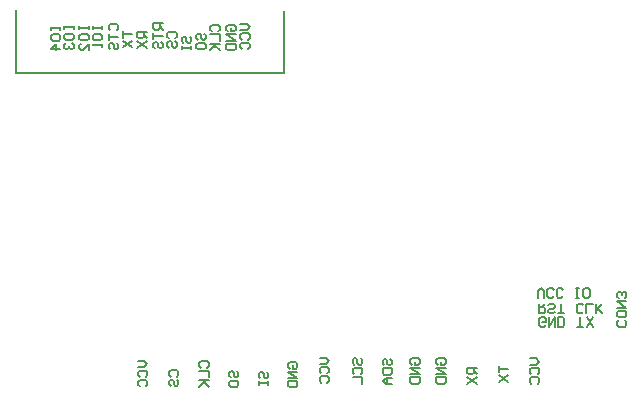
<source format=gbo>
G04*
G04 #@! TF.GenerationSoftware,Altium Limited,Altium Designer,19.0.14 (431)*
G04*
G04 Layer_Color=32896*
%FSAX25Y25*%
%MOIN*%
G70*
G01*
G75*
%ADD11C,0.00709*%
D11*
X0403610Y0399606D02*
Y0420177D01*
X0314437Y0399606D02*
X0403610D01*
X0314437D02*
Y0420472D01*
X0389143Y0415846D02*
X0391242D01*
X0392291Y0414797D01*
X0391242Y0413747D01*
X0389143D01*
X0389668Y0410599D02*
X0389143Y0411124D01*
Y0412173D01*
X0389668Y0412698D01*
X0391767D01*
X0392291Y0412173D01*
Y0411124D01*
X0391767Y0410599D01*
X0389668Y0407450D02*
X0389143Y0407975D01*
Y0409024D01*
X0389668Y0409549D01*
X0391767D01*
X0392291Y0409024D01*
Y0407975D01*
X0391767Y0407450D01*
X0384876Y0413354D02*
X0384352Y0413878D01*
Y0414928D01*
X0384876Y0415453D01*
X0386975D01*
X0387500Y0414928D01*
Y0413878D01*
X0386975Y0413354D01*
X0385926D01*
Y0414403D01*
X0387500Y0412304D02*
X0384352D01*
X0387500Y0410205D01*
X0384352D01*
Y0409156D02*
X0387500D01*
Y0407581D01*
X0386975Y0407057D01*
X0384876D01*
X0384352Y0407581D01*
Y0409156D01*
X0379530Y0413354D02*
X0379005Y0413878D01*
Y0414928D01*
X0379530Y0415453D01*
X0381629D01*
X0382154Y0414928D01*
Y0413878D01*
X0381629Y0413354D01*
X0379005Y0412304D02*
X0382154D01*
Y0410205D01*
X0379005Y0409156D02*
X0382154D01*
X0381104D01*
X0379005Y0407057D01*
X0380579Y0408631D01*
X0382154Y0407057D01*
X0375002Y0410499D02*
X0374477Y0411024D01*
Y0412074D01*
X0375002Y0412598D01*
X0375527D01*
X0376052Y0412074D01*
Y0411024D01*
X0376576Y0410499D01*
X0377101D01*
X0377626Y0411024D01*
Y0412074D01*
X0377101Y0412598D01*
X0374477Y0407875D02*
Y0408925D01*
X0375002Y0409450D01*
X0377101D01*
X0377626Y0408925D01*
Y0407875D01*
X0377101Y0407351D01*
X0375002D01*
X0374477Y0407875D01*
X0370081Y0409515D02*
X0369556Y0410040D01*
Y0411089D01*
X0370081Y0411614D01*
X0370606D01*
X0371130Y0411089D01*
Y0410040D01*
X0371655Y0409515D01*
X0372180D01*
X0372705Y0410040D01*
Y0411089D01*
X0372180Y0411614D01*
X0369556Y0408466D02*
Y0407416D01*
Y0407941D01*
X0372705D01*
Y0408466D01*
Y0407416D01*
X0365323Y0411090D02*
X0364799Y0411615D01*
Y0412664D01*
X0365323Y0413189D01*
X0367423D01*
X0367947Y0412664D01*
Y0411615D01*
X0367423Y0411090D01*
X0365323Y0407941D02*
X0364799Y0408466D01*
Y0409516D01*
X0365323Y0410040D01*
X0365848D01*
X0366373Y0409516D01*
Y0408466D01*
X0366898Y0407941D01*
X0367423D01*
X0367947Y0408466D01*
Y0409516D01*
X0367423Y0410040D01*
X0363256Y0416043D02*
X0360107D01*
Y0414469D01*
X0360632Y0413944D01*
X0361682D01*
X0362206Y0414469D01*
Y0416043D01*
Y0414994D02*
X0363256Y0413944D01*
X0360107Y0412895D02*
Y0410796D01*
Y0411845D01*
X0363256D01*
X0360632Y0407647D02*
X0360107Y0408172D01*
Y0409221D01*
X0360632Y0409746D01*
X0361157D01*
X0361682Y0409221D01*
Y0408172D01*
X0362206Y0407647D01*
X0362731D01*
X0363256Y0408172D01*
Y0409221D01*
X0362731Y0409746D01*
X0357941Y0413189D02*
X0354792D01*
Y0411615D01*
X0355317Y0411090D01*
X0356367D01*
X0356891Y0411615D01*
Y0413189D01*
Y0412140D02*
X0357941Y0411090D01*
X0354792Y0410040D02*
X0357941Y0407941D01*
X0354792D02*
X0357941Y0410040D01*
X0349970Y0413386D02*
Y0411287D01*
Y0412336D01*
X0353118D01*
X0349970Y0410237D02*
X0353118Y0408138D01*
X0349970D02*
X0353118Y0410237D01*
X0345770Y0413649D02*
X0345245Y0414174D01*
Y0415223D01*
X0345770Y0415748D01*
X0347869D01*
X0348394Y0415223D01*
Y0414174D01*
X0347869Y0413649D01*
X0345245Y0412599D02*
Y0410500D01*
Y0411550D01*
X0348394D01*
X0345770Y0407352D02*
X0345245Y0407877D01*
Y0408926D01*
X0345770Y0409451D01*
X0346295D01*
X0346819Y0408926D01*
Y0407877D01*
X0347344Y0407352D01*
X0347869D01*
X0348394Y0407877D01*
Y0408926D01*
X0347869Y0409451D01*
X0339832Y0415059D02*
Y0414010D01*
Y0414534D01*
X0342980D01*
Y0415059D01*
Y0414010D01*
X0339832Y0410861D02*
Y0411910D01*
X0340356Y0412435D01*
X0342456D01*
X0342980Y0411910D01*
Y0410861D01*
X0342456Y0410336D01*
X0340356D01*
X0339832Y0410861D01*
X0342980Y0409287D02*
Y0408237D01*
Y0408762D01*
X0339832D01*
X0340356Y0409287D01*
X0335434Y0415059D02*
Y0414010D01*
Y0414534D01*
X0338583D01*
Y0415059D01*
Y0414010D01*
X0335434Y0410861D02*
Y0411910D01*
X0335959Y0412435D01*
X0338058D01*
X0338583Y0411910D01*
Y0410861D01*
X0338058Y0410336D01*
X0335959D01*
X0335434Y0410861D01*
X0338583Y0407188D02*
Y0409287D01*
X0336484Y0407188D01*
X0335959D01*
X0335434Y0407712D01*
Y0408762D01*
X0335959Y0409287D01*
X0330383Y0415256D02*
Y0414206D01*
Y0414731D01*
X0333531D01*
Y0415256D01*
Y0414206D01*
X0330383Y0411058D02*
Y0412107D01*
X0330908Y0412632D01*
X0333007D01*
X0333531Y0412107D01*
Y0411058D01*
X0333007Y0410533D01*
X0330908D01*
X0330383Y0411058D01*
X0330908Y0409483D02*
X0330383Y0408959D01*
Y0407909D01*
X0330908Y0407384D01*
X0331432D01*
X0331957Y0407909D01*
Y0408434D01*
Y0407909D01*
X0332482Y0407384D01*
X0333007D01*
X0333531Y0407909D01*
Y0408959D01*
X0333007Y0409483D01*
X0325954Y0414961D02*
Y0413911D01*
Y0414436D01*
X0329102D01*
Y0414961D01*
Y0413911D01*
X0325954Y0410763D02*
Y0411812D01*
X0326479Y0412337D01*
X0328578D01*
X0329102Y0411812D01*
Y0410763D01*
X0328578Y0410238D01*
X0326479D01*
X0325954Y0410763D01*
X0329102Y0407614D02*
X0325954D01*
X0327528Y0409188D01*
Y0407089D01*
X0485599Y0304331D02*
X0487699D01*
X0488748Y0303281D01*
X0487699Y0302232D01*
X0485599D01*
X0486124Y0299083D02*
X0485599Y0299608D01*
Y0300657D01*
X0486124Y0301182D01*
X0488223D01*
X0488748Y0300657D01*
Y0299608D01*
X0488223Y0299083D01*
X0486124Y0295935D02*
X0485599Y0296459D01*
Y0297509D01*
X0486124Y0298033D01*
X0488223D01*
X0488748Y0297509D01*
Y0296459D01*
X0488223Y0295935D01*
X0475300Y0301870D02*
Y0299771D01*
Y0300821D01*
X0478449D01*
X0475300Y0298722D02*
X0478449Y0296622D01*
X0475300D02*
X0478449Y0298722D01*
X0467882Y0301181D02*
X0464733D01*
Y0299607D01*
X0465258Y0299082D01*
X0466308D01*
X0466832Y0299607D01*
Y0301181D01*
Y0300132D02*
X0467882Y0299082D01*
X0464733Y0298032D02*
X0467882Y0295933D01*
X0464733D02*
X0467882Y0298032D01*
X0454923Y0302232D02*
X0454399Y0302756D01*
Y0303806D01*
X0454923Y0304331D01*
X0457022D01*
X0457547Y0303806D01*
Y0302756D01*
X0457022Y0302232D01*
X0455973D01*
Y0303281D01*
X0457547Y0301182D02*
X0454399D01*
X0457547Y0299083D01*
X0454399D01*
Y0298033D02*
X0457547D01*
Y0296459D01*
X0457022Y0295935D01*
X0454923D01*
X0454399Y0296459D01*
Y0298033D01*
X0446262Y0302232D02*
X0445737Y0302756D01*
Y0303806D01*
X0446262Y0304331D01*
X0448361D01*
X0448886Y0303806D01*
Y0302756D01*
X0448361Y0302232D01*
X0447311D01*
Y0303281D01*
X0448886Y0301182D02*
X0445737D01*
X0448886Y0299083D01*
X0445737D01*
Y0298033D02*
X0448886D01*
Y0296459D01*
X0448361Y0295935D01*
X0446262D01*
X0445737Y0296459D01*
Y0298033D01*
X0437010Y0302035D02*
X0436485Y0302560D01*
Y0303609D01*
X0437010Y0304134D01*
X0437535D01*
X0438060Y0303609D01*
Y0302560D01*
X0438584Y0302035D01*
X0439109D01*
X0439634Y0302560D01*
Y0303609D01*
X0439109Y0304134D01*
X0436485Y0300985D02*
X0439634D01*
Y0299411D01*
X0439109Y0298886D01*
X0437010D01*
X0436485Y0299411D01*
Y0300985D01*
X0439634Y0297837D02*
X0437535D01*
X0436485Y0296787D01*
X0437535Y0295738D01*
X0439634D01*
X0438060D01*
Y0297837D01*
X0427069Y0302232D02*
X0426544Y0302756D01*
Y0303806D01*
X0427069Y0304331D01*
X0427594D01*
X0428119Y0303806D01*
Y0302756D01*
X0428643Y0302232D01*
X0429168D01*
X0429693Y0302756D01*
Y0303806D01*
X0429168Y0304331D01*
X0427069Y0299083D02*
X0426544Y0299608D01*
Y0300657D01*
X0427069Y0301182D01*
X0429168D01*
X0429693Y0300657D01*
Y0299608D01*
X0429168Y0299083D01*
X0426544Y0298033D02*
X0429693D01*
Y0295935D01*
X0415521Y0304626D02*
X0417620D01*
X0418669Y0303576D01*
X0417620Y0302527D01*
X0415521D01*
X0416045Y0299378D02*
X0415521Y0299903D01*
Y0300953D01*
X0416045Y0301477D01*
X0418145D01*
X0418669Y0300953D01*
Y0299903D01*
X0418145Y0299378D01*
X0416045Y0296230D02*
X0415521Y0296755D01*
Y0297804D01*
X0416045Y0298329D01*
X0418145D01*
X0418669Y0297804D01*
Y0296755D01*
X0418145Y0296230D01*
X0488256Y0324607D02*
Y0326706D01*
X0489305Y0327756D01*
X0490355Y0326706D01*
Y0324607D01*
X0493504Y0325132D02*
X0492979Y0324607D01*
X0491929D01*
X0491404Y0325132D01*
Y0327231D01*
X0491929Y0327756D01*
X0492979D01*
X0493504Y0327231D01*
X0496652Y0325132D02*
X0496127Y0324607D01*
X0495078D01*
X0494553Y0325132D01*
Y0327231D01*
X0495078Y0327756D01*
X0496127D01*
X0496652Y0327231D01*
X0500850Y0324607D02*
X0501900D01*
X0501375D01*
Y0327756D01*
X0500850D01*
X0501900D01*
X0505048Y0324607D02*
X0503999D01*
X0503474Y0325132D01*
Y0327231D01*
X0503999Y0327756D01*
X0505048D01*
X0505573Y0327231D01*
Y0325132D01*
X0505048Y0324607D01*
X0488650Y0322539D02*
Y0319391D01*
X0490224D01*
X0490749Y0319916D01*
Y0320965D01*
X0490224Y0321490D01*
X0488650D01*
X0489699D02*
X0490749Y0322539D01*
X0493897Y0319916D02*
X0493372Y0319391D01*
X0492323D01*
X0491798Y0319916D01*
Y0320440D01*
X0492323Y0320965D01*
X0493372D01*
X0493897Y0321490D01*
Y0322015D01*
X0493372Y0322539D01*
X0492323D01*
X0491798Y0322015D01*
X0494947Y0319391D02*
X0497046D01*
X0495996D01*
Y0322539D01*
X0503343Y0319916D02*
X0502818Y0319391D01*
X0501769D01*
X0501244Y0319916D01*
Y0322015D01*
X0501769Y0322539D01*
X0502818D01*
X0503343Y0322015D01*
X0504393Y0319391D02*
Y0322539D01*
X0506492D01*
X0507541Y0319391D02*
Y0322539D01*
Y0321490D01*
X0509640Y0319391D01*
X0508066Y0320965D01*
X0509640Y0322539D01*
X0490847Y0315388D02*
X0490322Y0314863D01*
X0489273D01*
X0488748Y0315388D01*
Y0317487D01*
X0489273Y0318012D01*
X0490322D01*
X0490847Y0317487D01*
Y0316438D01*
X0489797D01*
X0491897Y0318012D02*
Y0314863D01*
X0493996Y0318012D01*
Y0314863D01*
X0495045D02*
Y0318012D01*
X0496620D01*
X0497144Y0317487D01*
Y0315388D01*
X0496620Y0314863D01*
X0495045D01*
X0501342D02*
X0503441D01*
X0502392D01*
Y0318012D01*
X0504491Y0314863D02*
X0506590Y0318012D01*
Y0314863D02*
X0504491Y0318012D01*
X0405514Y0300952D02*
X0404989Y0301477D01*
Y0302526D01*
X0405514Y0303051D01*
X0407613D01*
X0408138Y0302526D01*
Y0301477D01*
X0407613Y0300952D01*
X0406564D01*
Y0302002D01*
X0408138Y0299903D02*
X0404989D01*
X0408138Y0297803D01*
X0404989D01*
Y0296754D02*
X0408138D01*
Y0295180D01*
X0407613Y0294655D01*
X0405514D01*
X0404989Y0295180D01*
Y0296754D01*
X0395770Y0297704D02*
X0395245Y0298229D01*
Y0299278D01*
X0395770Y0299803D01*
X0396295D01*
X0396819Y0299278D01*
Y0298229D01*
X0397344Y0297704D01*
X0397869D01*
X0398394Y0298229D01*
Y0299278D01*
X0397869Y0299803D01*
X0395245Y0296655D02*
Y0295605D01*
Y0296130D01*
X0398394D01*
Y0296655D01*
Y0295605D01*
X0385829Y0297999D02*
X0385304Y0298524D01*
Y0299574D01*
X0385829Y0300098D01*
X0386354D01*
X0386878Y0299574D01*
Y0298524D01*
X0387403Y0297999D01*
X0387928D01*
X0388453Y0298524D01*
Y0299574D01*
X0387928Y0300098D01*
X0385304Y0295375D02*
Y0296425D01*
X0385829Y0296950D01*
X0387928D01*
X0388453Y0296425D01*
Y0295375D01*
X0387928Y0294851D01*
X0385829D01*
X0385304Y0295375D01*
X0375986Y0301247D02*
X0375462Y0301772D01*
Y0302822D01*
X0375986Y0303346D01*
X0378085D01*
X0378610Y0302822D01*
Y0301772D01*
X0378085Y0301247D01*
X0375462Y0300198D02*
X0378610D01*
Y0298099D01*
X0375462Y0297049D02*
X0378610D01*
X0377561D01*
X0375462Y0294950D01*
X0377036Y0296525D01*
X0378610Y0294950D01*
X0365849Y0298295D02*
X0365324Y0298819D01*
Y0299869D01*
X0365849Y0300394D01*
X0367948D01*
X0368472Y0299869D01*
Y0298819D01*
X0367948Y0298295D01*
X0365849Y0295146D02*
X0365324Y0295671D01*
Y0296720D01*
X0365849Y0297245D01*
X0366373D01*
X0366898Y0296720D01*
Y0295671D01*
X0367423Y0295146D01*
X0367948D01*
X0368472Y0295671D01*
Y0296720D01*
X0367948Y0297245D01*
X0354989Y0303445D02*
X0357088D01*
X0358138Y0302395D01*
X0357088Y0301346D01*
X0354989D01*
X0355514Y0298197D02*
X0354989Y0298722D01*
Y0299771D01*
X0355514Y0300296D01*
X0357613D01*
X0358138Y0299771D01*
Y0298722D01*
X0357613Y0298197D01*
X0355514Y0295049D02*
X0354989Y0295573D01*
Y0296623D01*
X0355514Y0297148D01*
X0357613D01*
X0358138Y0296623D01*
Y0295573D01*
X0357613Y0295049D01*
X0517258Y0317060D02*
X0517782Y0316535D01*
Y0315485D01*
X0517258Y0314961D01*
X0515159D01*
X0514634Y0315485D01*
Y0316535D01*
X0515159Y0317060D01*
X0517782Y0319684D02*
Y0318634D01*
X0517258Y0318109D01*
X0515159D01*
X0514634Y0318634D01*
Y0319684D01*
X0515159Y0320208D01*
X0517258D01*
X0517782Y0319684D01*
X0514634Y0321258D02*
X0517782D01*
X0514634Y0323357D01*
X0517782D01*
X0517258Y0324406D02*
X0517782Y0324931D01*
Y0325981D01*
X0517258Y0326505D01*
X0516733D01*
X0516208Y0325981D01*
Y0325456D01*
Y0325981D01*
X0515683Y0326505D01*
X0515159D01*
X0514634Y0325981D01*
Y0324931D01*
X0515159Y0324406D01*
M02*

</source>
